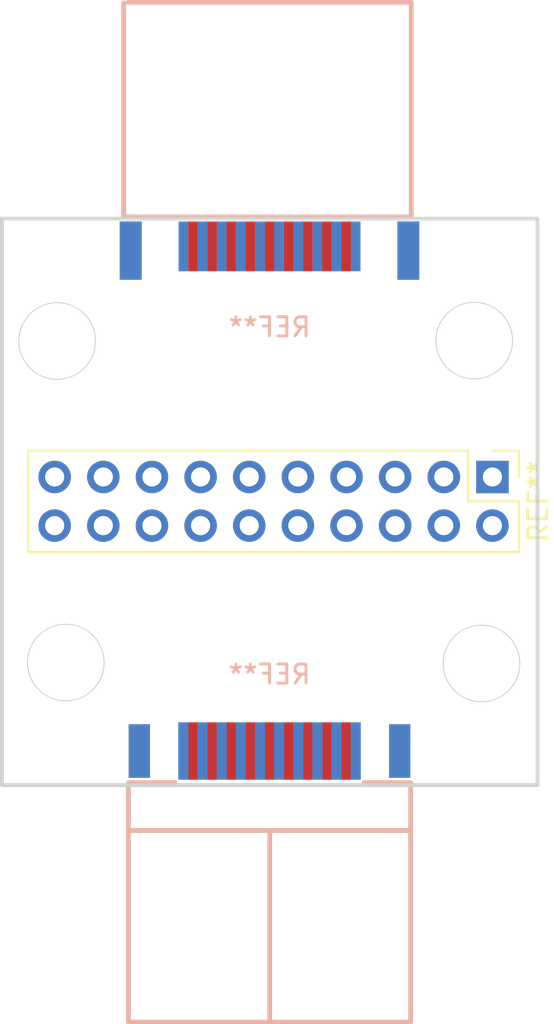
<source format=kicad_pcb>
(kicad_pcb (version 20241229) (generator "pcbnew") (generator_version "9.0")
  (layers (0 "F.Cu" signal) (2 "B.Cu" signal) (13 "F.Paste" user) (15 "B.Paste" user) (5 "F.SilkS" user "F.Silkscreen") (7 "B.SilkS" user "B.Silkscreen") (1 "F.Mask" user) (3 "B.Mask" user) (25 "Edge.Cuts" user))
  (net 0 "")
  (footprint "Connector_PinHeader_2.54mm:PinHeader_2x10_P2.54mm_Vertical" (layer "F.Cu") (at 136.13 81.99 -90)
    (property "Reference" "REF**" (at 1.27 -2.38 90) (layer "F.SilkS"))
    (property "Value" "PinHeader_2x10_P2.54mm_Vertical" (hide yes))
    (fp_line (start -1.38 24.24) (end 3.92 24.24) (stroke (width 0.12)) (layer "F.SilkS"))
    (fp_line (start -1.38 1.27) (end -1.38 24.24) (stroke (width 0.12)) (layer "F.SilkS"))
    (fp_line (start -1.38 1.27) (end 1.27 1.27) (stroke (width 0.12)) (layer "F.SilkS"))
    (fp_line (start 1.27 1.27) (end 1.27 -1.38) (stroke (width 0.12)) (layer "F.SilkS"))
    (fp_line (start -1.38 0) (end -1.38 -1.38) (stroke (width 0.12)) (layer "F.SilkS"))
    (fp_line (start -1.38 -1.38) (end 0 -1.38) (stroke (width 0.12)) (layer "F.SilkS"))
    (fp_line (start 1.27 -1.38) (end 3.92 -1.38) (stroke (width 0.12)) (layer "F.SilkS"))
    (fp_line (start 3.92 -1.38) (end 3.92 24.24) (stroke (width 0.12)) (layer "F.SilkS"))
    (pad "1" thru_hole rect (at 0 0 270) (size 1.7 1.7) (drill 1) (layers "*.Cu" "*.Mask"))
    (pad "2" thru_hole circle (at 2.54 0 270) (size 1.7 1.7) (drill 1) (layers "*.Cu" "*.Mask"))
    (pad "3" thru_hole circle (at 0 2.54 270) (size 1.7 1.7) (drill 1) (layers "*.Cu" "*.Mask"))
    (pad "4" thru_hole circle (at 2.54 2.54 270) (size 1.7 1.7) (drill 1) (layers "*.Cu" "*.Mask"))
    (pad "5" thru_hole circle (at 0 5.08 270) (size 1.7 1.7) (drill 1) (layers "*.Cu" "*.Mask"))
    (pad "6" thru_hole circle (at 2.54 5.08 270) (size 1.7 1.7) (drill 1) (layers "*.Cu" "*.Mask"))
    (pad "7" thru_hole circle (at 0 7.62 270) (size 1.7 1.7) (drill 1) (layers "*.Cu" "*.Mask"))
    (pad "8" thru_hole circle (at 2.54 7.62 270) (size 1.7 1.7) (drill 1) (layers "*.Cu" "*.Mask"))
    (pad "9" thru_hole circle (at 0 10.16 270) (size 1.7 1.7) (drill 1) (layers "*.Cu" "*.Mask"))
    (pad "10" thru_hole circle (at 2.54 10.16 270) (size 1.7 1.7) (drill 1) (layers "*.Cu" "*.Mask"))
    (pad "11" thru_hole circle (at 0 12.7 270) (size 1.7 1.7) (drill 1) (layers "*.Cu" "*.Mask"))
    (pad "12" thru_hole circle (at 2.54 12.7 270) (size 1.7 1.7) (drill 1) (layers "*.Cu" "*.Mask"))
    (pad "13" thru_hole circle (at 0 15.24 270) (size 1.7 1.7) (drill 1) (layers "*.Cu" "*.Mask"))
    (pad "14" thru_hole circle (at 2.54 15.24 270) (size 1.7 1.7) (drill 1) (layers "*.Cu" "*.Mask"))
    (pad "15" thru_hole circle (at 0 17.78 270) (size 1.7 1.7) (drill 1) (layers "*.Cu" "*.Mask"))
    (pad "16" thru_hole circle (at 2.54 17.78 270) (size 1.7 1.7) (drill 1) (layers "*.Cu" "*.Mask"))
    (pad "17" thru_hole circle (at 0 20.32 270) (size 1.7 1.7) (drill 1) (layers "*.Cu" "*.Mask"))
    (pad "18" thru_hole circle (at 2.54 20.32 270) (size 1.7 1.7) (drill 1) (layers "*.Cu" "*.Mask"))
    (pad "19" thru_hole circle (at 0 22.86 270) (size 1.7 1.7) (drill 1) (layers "*.Cu" "*.Mask"))
    (pad "20" thru_hole circle (at 2.54 22.86 270) (size 1.7 1.7) (drill 1) (layers "*.Cu" "*.Mask"))
  )
  (footprint "EasyEDA:HDMI-SMD_HDMI-GD-136PWB" (layer "B.Cu") (at 124.49 70.06)
    (property "Reference" "REF**" (at 0 4.11 180) (layer "B.SilkS") (effects (justify mirror)))
    (property "Value" "HDMI-SMD_HDMI-GD-136PWB")
    (fp_line (start -7.62 -12.83) (end -7.62 -1.65) (stroke (width 0.25)) (layer "B.SilkS"))
    (fp_line (start -7.62 -1.65) (end 7.4 -1.65) (stroke (width 0.25)) (layer "B.SilkS"))
    (fp_line (start 7.4 -12.85) (end -7.4 -12.85) (stroke (width 0.25)) (layer "B.SilkS"))
    (fp_line (start 7.4 -12.85) (end 7.4 -1.65) (stroke (width 0.25)) (layer "B.SilkS"))
    (pad "1" smd rect (at 4.5 -0.11) (size 0.5 2.6) (layers "B.Cu" "B.Mask" "B.Paste"))
    (pad "2" smd rect (at 4 -0.11) (size 0.5 2.6) (layers "F.Cu" "F.Mask" "F.Paste"))
    (pad "3" smd rect (at 3.5 -0.11) (size 0.5 2.6) (layers "B.Cu" "B.Mask" "B.Paste"))
    (pad "4" smd rect (at 3 -0.11) (size 0.5 2.6) (layers "F.Cu" "F.Mask" "F.Paste"))
    (pad "5" smd rect (at 2.5 -0.11) (size 0.5 2.6) (layers "B.Cu" "B.Mask" "B.Paste"))
    (pad "6" smd rect (at 2 -0.11) (size 0.5 2.6) (layers "F.Cu" "F.Mask" "F.Paste"))
    (pad "7" smd rect (at 1.5 -0.11) (size 0.5 2.6) (layers "B.Cu" "B.Mask" "B.Paste"))
    (pad "8" smd rect (at 1 -0.11) (size 0.5 2.6) (layers "F.Cu" "F.Mask" "F.Paste"))
    (pad "9" smd rect (at 0.5 -0.11) (size 0.5 2.6) (layers "B.Cu" "B.Mask" "B.Paste"))
    (pad "10" smd rect (at 0 -0.11) (size 0.5 2.6) (layers "F.Cu" "F.Mask" "F.Paste"))
    (pad "11" smd rect (at -0.5 -0.11) (size 0.5 2.6) (layers "B.Cu" "B.Mask" "B.Paste"))
    (pad "12" smd rect (at -1 -0.11) (size 0.5 2.6) (layers "F.Cu" "F.Mask" "F.Paste"))
    (pad "13" smd rect (at -1.5 -0.11) (size 0.5 2.6) (layers "B.Cu" "B.Mask" "B.Paste"))
    (pad "14" smd rect (at -2 -0.11) (size 0.5 2.6) (layers "F.Cu" "F.Mask" "F.Paste"))
    (pad "15" smd rect (at -2.5 -0.11) (size 0.5 2.6) (layers "B.Cu" "B.Mask" "B.Paste"))
    (pad "16" smd rect (at -3 -0.11) (size 0.5 2.6) (layers "F.Cu" "F.Mask" "F.Paste"))
    (pad "17" smd rect (at -3.5 -0.11) (size 0.5 2.6) (layers "B.Cu" "B.Mask" "B.Paste"))
    (pad "18" smd rect (at -4 -0.11) (size 0.5 2.6) (layers "F.Cu" "F.Mask" "F.Paste"))
    (pad "19" smd rect (at -4.5 -0.11) (size 0.5 2.6) (layers "B.Cu" "B.Mask" "B.Paste"))
    (pad "20" smd rect (at -7.25 0.11) (size 1.11 2.8) (layers "F.Cu" "F.Mask" "F.Paste"))
    (pad "21" smd rect (at 7.25 0.11) (size 1.11 2.8) (layers "F.Cu" "F.Mask" "F.Paste"))
    (pad "22" smd rect (at 7.25 0.11) (size 1.15 3.05) (layers "B.Cu" "B.Mask" "B.Paste"))
    (pad "23" smd rect (at -7.25 0.11) (size 1.15 3.05) (layers "B.Cu" "B.Mask" "B.Paste"))
  )
  (footprint "EasyEDA:HDMI-A-SMD_HDMI-215" (layer "B.Cu") (at 124.49 96.3 180)
    (property "Reference" "REF**" (at 0 4 0) (layer "B.SilkS") (effects (justify mirror)))
    (property "Value" "HDMI-A-SMD_HDMI-215")
    (fp_line (start 7.37 -1.65) (end 7.37 -14.15) (stroke (width 0.25)) (layer "B.SilkS"))
    (fp_line (start 4.94 -1.65) (end 7.37 -1.65) (stroke (width 0.25)) (layer "B.SilkS"))
    (fp_line (start -0.01 -14.15) (end -0.01 -4.25) (stroke (width 0.25)) (layer "B.SilkS"))
    (fp_line (start -7.37 -1.65) (end -4.94 -1.65) (stroke (width 0.25)) (layer "B.SilkS"))
    (fp_line (start -7.37 -1.65) (end -7.37 -14.15) (stroke (width 0.25)) (layer "B.SilkS"))
    (fp_line (start -7.37 -4.15) (end 7.37 -4.15) (stroke (width 0.25)) (layer "B.SilkS"))
    (fp_line (start -7.37 -14.15) (end 7.37 -14.15) (stroke (width 0.25)) (layer "B.SilkS"))
    (pad "1" smd rect (at -4.5 0 180) (size 0.53 3) (layers "B.Cu" "B.Mask" "B.Paste"))
    (pad "2" smd rect (at -4 0 180) (size 0.53 3) (layers "F.Cu" "F.Mask" "F.Paste"))
    (pad "3" smd rect (at -3.5 0 180) (size 0.53 3) (layers "B.Cu" "B.Mask" "B.Paste"))
    (pad "4" smd rect (at -3 0 180) (size 0.53 3) (layers "F.Cu" "F.Mask" "F.Paste"))
    (pad "5" smd rect (at -2.5 0 180) (size 0.53 3) (layers "B.Cu" "B.Mask" "B.Paste"))
    (pad "6" smd rect (at -2 0 180) (size 0.53 3) (layers "F.Cu" "F.Mask" "F.Paste"))
    (pad "7" smd rect (at -1.5 0 180) (size 0.53 3) (layers "B.Cu" "B.Mask" "B.Paste"))
    (pad "8" smd rect (at -1 0 180) (size 0.53 3) (layers "F.Cu" "F.Mask" "F.Paste"))
    (pad "9" smd rect (at -0.5 0 180) (size 0.53 3) (layers "B.Cu" "B.Mask" "B.Paste"))
    (pad "10" smd rect (at 0 0 180) (size 0.53 3) (layers "F.Cu" "F.Mask" "F.Paste"))
    (pad "11" smd rect (at 0.5 0 180) (size 0.53 3) (layers "B.Cu" "B.Mask" "B.Paste"))
    (pad "12" smd rect (at 1 0 180) (size 0.53 3) (layers "F.Cu" "F.Mask" "F.Paste"))
    (pad "13" smd rect (at 1.5 0 180) (size 0.53 3) (layers "B.Cu" "B.Mask" "B.Paste"))
    (pad "14" smd rect (at 2 0 180) (size 0.53 3) (layers "F.Cu" "F.Mask" "F.Paste"))
    (pad "15" smd rect (at 2.5 0 180) (size 0.53 3) (layers "B.Cu" "B.Mask" "B.Paste"))
    (pad "16" smd rect (at 3 0 180) (size 0.53 3) (layers "F.Cu" "F.Mask" "F.Paste"))
    (pad "17" smd rect (at 3.5 0 180) (size 0.53 3) (layers "B.Cu" "B.Mask" "B.Paste"))
    (pad "18" smd rect (at 4 0 180) (size 0.53 3) (layers "F.Cu" "F.Mask" "F.Paste"))
    (pad "19" smd rect (at 4.5 0 180) (size 0.53 3) (layers "B.Cu" "B.Mask" "B.Paste"))
    (pad "20" smd rect (at 6.8 0 180) (size 1.11 2.8) (layers "F.Cu" "F.Mask" "F.Paste"))
    (pad "21" smd rect (at -6.8 0 180) (size 1.11 2.8) (layers "F.Cu" "F.Mask" "F.Paste"))
    (pad "22" smd rect (at -6.8 0 180) (size 1.11 2.8) (layers "B.Cu" "B.Mask" "B.Paste"))
    (pad "23" smd rect (at 6.8 0 180) (size 1.11 2.8) (layers "B.Cu" "B.Mask" "B.Paste"))
  )
  (gr_circle (center 135.18 74.87) (end 137.18 74.87) (stroke (width 0.05)) (fill no) (layer "Edge.Cuts"))
  (gr_circle (center 113.85 91.68) (end 115.85 91.68) (stroke (width 0.05)) (fill no) (layer "Edge.Cuts"))
  (gr_circle (center 113.4 74.89) (end 115.4 74.89) (stroke (width 0.05)) (fill no) (layer "Edge.Cuts"))
  (gr_rect (start 110.515 68.5) (end 138.485 98.08) (stroke (width 0.2)) (fill no) (layer "Edge.Cuts"))
  (gr_circle (center 135.56 91.73) (end 137.56 91.73) (stroke (width 0.05)) (fill no) (layer "Edge.Cuts"))
)
</source>
